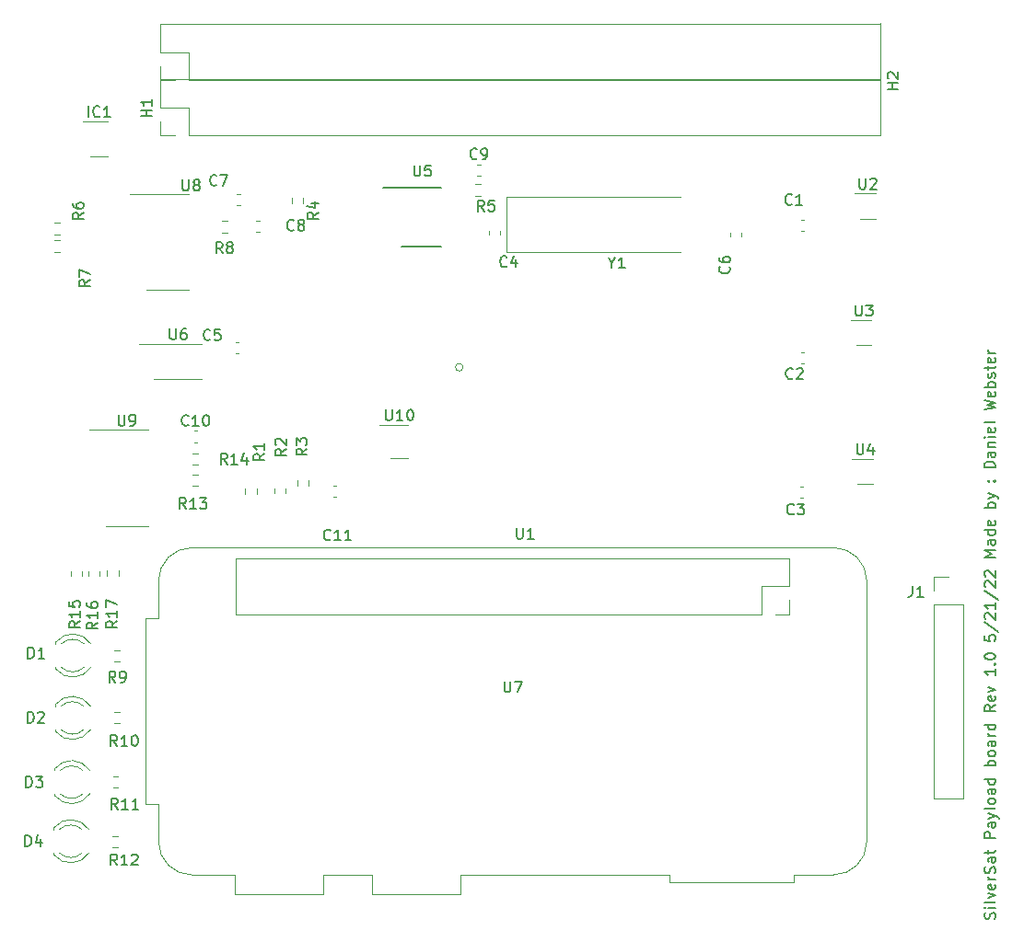
<source format=gto>
%TF.GenerationSoftware,KiCad,Pcbnew,(6.0.5-0)*%
%TF.CreationDate,2022-05-22T21:56:00-04:00*%
%TF.ProjectId,Payload Board,5061796c-6f61-4642-9042-6f6172642e6b,rev?*%
%TF.SameCoordinates,Original*%
%TF.FileFunction,Legend,Top*%
%TF.FilePolarity,Positive*%
%FSLAX46Y46*%
G04 Gerber Fmt 4.6, Leading zero omitted, Abs format (unit mm)*
G04 Created by KiCad (PCBNEW (6.0.5-0)) date 2022-05-22 21:56:00*
%MOMM*%
%LPD*%
G01*
G04 APERTURE LIST*
%ADD10C,0.150000*%
%ADD11C,0.120000*%
G04 APERTURE END LIST*
D10*
X140843095Y-141546289D02*
X140890714Y-141403432D01*
X140890714Y-141165337D01*
X140843095Y-141070099D01*
X140795476Y-141022480D01*
X140700238Y-140974860D01*
X140605000Y-140974860D01*
X140509762Y-141022480D01*
X140462143Y-141070099D01*
X140414524Y-141165337D01*
X140366905Y-141355813D01*
X140319286Y-141451051D01*
X140271667Y-141498670D01*
X140176429Y-141546289D01*
X140081191Y-141546289D01*
X139985953Y-141498670D01*
X139938334Y-141451051D01*
X139890714Y-141355813D01*
X139890714Y-141117718D01*
X139938334Y-140974860D01*
X140890714Y-140546289D02*
X140224048Y-140546289D01*
X139890714Y-140546289D02*
X139938334Y-140593908D01*
X139985953Y-140546289D01*
X139938334Y-140498670D01*
X139890714Y-140546289D01*
X139985953Y-140546289D01*
X140890714Y-139927241D02*
X140843095Y-140022480D01*
X140747857Y-140070099D01*
X139890714Y-140070099D01*
X140224048Y-139641527D02*
X140890714Y-139403432D01*
X140224048Y-139165337D01*
X140843095Y-138403432D02*
X140890714Y-138498670D01*
X140890714Y-138689146D01*
X140843095Y-138784384D01*
X140747857Y-138832003D01*
X140366905Y-138832003D01*
X140271667Y-138784384D01*
X140224048Y-138689146D01*
X140224048Y-138498670D01*
X140271667Y-138403432D01*
X140366905Y-138355813D01*
X140462143Y-138355813D01*
X140557381Y-138832003D01*
X140890714Y-137927241D02*
X140224048Y-137927241D01*
X140414524Y-137927241D02*
X140319286Y-137879622D01*
X140271667Y-137832003D01*
X140224048Y-137736765D01*
X140224048Y-137641527D01*
X140843095Y-137355813D02*
X140890714Y-137212956D01*
X140890714Y-136974860D01*
X140843095Y-136879622D01*
X140795476Y-136832003D01*
X140700238Y-136784384D01*
X140605000Y-136784384D01*
X140509762Y-136832003D01*
X140462143Y-136879622D01*
X140414524Y-136974860D01*
X140366905Y-137165337D01*
X140319286Y-137260575D01*
X140271667Y-137308194D01*
X140176429Y-137355813D01*
X140081191Y-137355813D01*
X139985953Y-137308194D01*
X139938334Y-137260575D01*
X139890714Y-137165337D01*
X139890714Y-136927241D01*
X139938334Y-136784384D01*
X140890714Y-135927241D02*
X140366905Y-135927241D01*
X140271667Y-135974860D01*
X140224048Y-136070099D01*
X140224048Y-136260575D01*
X140271667Y-136355813D01*
X140843095Y-135927241D02*
X140890714Y-136022480D01*
X140890714Y-136260575D01*
X140843095Y-136355813D01*
X140747857Y-136403432D01*
X140652619Y-136403432D01*
X140557381Y-136355813D01*
X140509762Y-136260575D01*
X140509762Y-136022480D01*
X140462143Y-135927241D01*
X140224048Y-135593908D02*
X140224048Y-135212956D01*
X139890714Y-135451051D02*
X140747857Y-135451051D01*
X140843095Y-135403432D01*
X140890714Y-135308194D01*
X140890714Y-135212956D01*
X140890714Y-134117718D02*
X139890714Y-134117718D01*
X139890714Y-133736765D01*
X139938334Y-133641527D01*
X139985953Y-133593908D01*
X140081191Y-133546289D01*
X140224048Y-133546289D01*
X140319286Y-133593908D01*
X140366905Y-133641527D01*
X140414524Y-133736765D01*
X140414524Y-134117718D01*
X140890714Y-132689146D02*
X140366905Y-132689146D01*
X140271667Y-132736765D01*
X140224048Y-132832003D01*
X140224048Y-133022480D01*
X140271667Y-133117718D01*
X140843095Y-132689146D02*
X140890714Y-132784384D01*
X140890714Y-133022480D01*
X140843095Y-133117718D01*
X140747857Y-133165337D01*
X140652619Y-133165337D01*
X140557381Y-133117718D01*
X140509762Y-133022480D01*
X140509762Y-132784384D01*
X140462143Y-132689146D01*
X140224048Y-132308194D02*
X140890714Y-132070099D01*
X140224048Y-131832003D02*
X140890714Y-132070099D01*
X141128810Y-132165337D01*
X141176429Y-132212956D01*
X141224048Y-132308194D01*
X140890714Y-131308194D02*
X140843095Y-131403432D01*
X140747857Y-131451051D01*
X139890714Y-131451051D01*
X140890714Y-130784384D02*
X140843095Y-130879622D01*
X140795476Y-130927241D01*
X140700238Y-130974860D01*
X140414524Y-130974860D01*
X140319286Y-130927241D01*
X140271667Y-130879622D01*
X140224048Y-130784384D01*
X140224048Y-130641527D01*
X140271667Y-130546289D01*
X140319286Y-130498670D01*
X140414524Y-130451051D01*
X140700238Y-130451051D01*
X140795476Y-130498670D01*
X140843095Y-130546289D01*
X140890714Y-130641527D01*
X140890714Y-130784384D01*
X140890714Y-129593908D02*
X140366905Y-129593908D01*
X140271667Y-129641527D01*
X140224048Y-129736765D01*
X140224048Y-129927241D01*
X140271667Y-130022480D01*
X140843095Y-129593908D02*
X140890714Y-129689146D01*
X140890714Y-129927241D01*
X140843095Y-130022480D01*
X140747857Y-130070099D01*
X140652619Y-130070099D01*
X140557381Y-130022480D01*
X140509762Y-129927241D01*
X140509762Y-129689146D01*
X140462143Y-129593908D01*
X140890714Y-128689146D02*
X139890714Y-128689146D01*
X140843095Y-128689146D02*
X140890714Y-128784384D01*
X140890714Y-128974860D01*
X140843095Y-129070099D01*
X140795476Y-129117718D01*
X140700238Y-129165337D01*
X140414524Y-129165337D01*
X140319286Y-129117718D01*
X140271667Y-129070099D01*
X140224048Y-128974860D01*
X140224048Y-128784384D01*
X140271667Y-128689146D01*
X140890714Y-127451051D02*
X139890714Y-127451051D01*
X140271667Y-127451051D02*
X140224048Y-127355813D01*
X140224048Y-127165337D01*
X140271667Y-127070099D01*
X140319286Y-127022480D01*
X140414524Y-126974860D01*
X140700238Y-126974860D01*
X140795476Y-127022480D01*
X140843095Y-127070099D01*
X140890714Y-127165337D01*
X140890714Y-127355813D01*
X140843095Y-127451051D01*
X140890714Y-126403432D02*
X140843095Y-126498670D01*
X140795476Y-126546289D01*
X140700238Y-126593908D01*
X140414524Y-126593908D01*
X140319286Y-126546289D01*
X140271667Y-126498670D01*
X140224048Y-126403432D01*
X140224048Y-126260575D01*
X140271667Y-126165337D01*
X140319286Y-126117718D01*
X140414524Y-126070099D01*
X140700238Y-126070099D01*
X140795476Y-126117718D01*
X140843095Y-126165337D01*
X140890714Y-126260575D01*
X140890714Y-126403432D01*
X140890714Y-125212956D02*
X140366905Y-125212956D01*
X140271667Y-125260575D01*
X140224048Y-125355813D01*
X140224048Y-125546289D01*
X140271667Y-125641527D01*
X140843095Y-125212956D02*
X140890714Y-125308194D01*
X140890714Y-125546289D01*
X140843095Y-125641527D01*
X140747857Y-125689146D01*
X140652619Y-125689146D01*
X140557381Y-125641527D01*
X140509762Y-125546289D01*
X140509762Y-125308194D01*
X140462143Y-125212956D01*
X140890714Y-124736765D02*
X140224048Y-124736765D01*
X140414524Y-124736765D02*
X140319286Y-124689146D01*
X140271667Y-124641527D01*
X140224048Y-124546289D01*
X140224048Y-124451051D01*
X140890714Y-123689146D02*
X139890714Y-123689146D01*
X140843095Y-123689146D02*
X140890714Y-123784384D01*
X140890714Y-123974860D01*
X140843095Y-124070099D01*
X140795476Y-124117718D01*
X140700238Y-124165337D01*
X140414524Y-124165337D01*
X140319286Y-124117718D01*
X140271667Y-124070099D01*
X140224048Y-123974860D01*
X140224048Y-123784384D01*
X140271667Y-123689146D01*
X140890714Y-121879622D02*
X140414524Y-122212956D01*
X140890714Y-122451051D02*
X139890714Y-122451051D01*
X139890714Y-122070099D01*
X139938334Y-121974860D01*
X139985953Y-121927241D01*
X140081191Y-121879622D01*
X140224048Y-121879622D01*
X140319286Y-121927241D01*
X140366905Y-121974860D01*
X140414524Y-122070099D01*
X140414524Y-122451051D01*
X140843095Y-121070099D02*
X140890714Y-121165337D01*
X140890714Y-121355813D01*
X140843095Y-121451051D01*
X140747857Y-121498670D01*
X140366905Y-121498670D01*
X140271667Y-121451051D01*
X140224048Y-121355813D01*
X140224048Y-121165337D01*
X140271667Y-121070099D01*
X140366905Y-121022480D01*
X140462143Y-121022480D01*
X140557381Y-121498670D01*
X140224048Y-120689146D02*
X140890714Y-120451051D01*
X140224048Y-120212956D01*
X140890714Y-118546289D02*
X140890714Y-119117718D01*
X140890714Y-118832003D02*
X139890714Y-118832003D01*
X140033572Y-118927241D01*
X140128810Y-119022480D01*
X140176429Y-119117718D01*
X140795476Y-118117718D02*
X140843095Y-118070099D01*
X140890714Y-118117718D01*
X140843095Y-118165337D01*
X140795476Y-118117718D01*
X140890714Y-118117718D01*
X139890714Y-117451051D02*
X139890714Y-117355813D01*
X139938334Y-117260575D01*
X139985953Y-117212956D01*
X140081191Y-117165337D01*
X140271667Y-117117718D01*
X140509762Y-117117718D01*
X140700238Y-117165337D01*
X140795476Y-117212956D01*
X140843095Y-117260575D01*
X140890714Y-117355813D01*
X140890714Y-117451051D01*
X140843095Y-117546289D01*
X140795476Y-117593908D01*
X140700238Y-117641527D01*
X140509762Y-117689146D01*
X140271667Y-117689146D01*
X140081191Y-117641527D01*
X139985953Y-117593908D01*
X139938334Y-117546289D01*
X139890714Y-117451051D01*
X139890714Y-115451051D02*
X139890714Y-115927241D01*
X140366905Y-115974860D01*
X140319286Y-115927241D01*
X140271667Y-115832003D01*
X140271667Y-115593908D01*
X140319286Y-115498670D01*
X140366905Y-115451051D01*
X140462143Y-115403432D01*
X140700238Y-115403432D01*
X140795476Y-115451051D01*
X140843095Y-115498670D01*
X140890714Y-115593908D01*
X140890714Y-115832003D01*
X140843095Y-115927241D01*
X140795476Y-115974860D01*
X139843095Y-114260575D02*
X141128810Y-115117718D01*
X139985953Y-113974860D02*
X139938334Y-113927241D01*
X139890714Y-113832003D01*
X139890714Y-113593908D01*
X139938334Y-113498670D01*
X139985953Y-113451051D01*
X140081191Y-113403432D01*
X140176429Y-113403432D01*
X140319286Y-113451051D01*
X140890714Y-114022480D01*
X140890714Y-113403432D01*
X140890714Y-112451051D02*
X140890714Y-113022480D01*
X140890714Y-112736765D02*
X139890714Y-112736765D01*
X140033572Y-112832003D01*
X140128810Y-112927241D01*
X140176429Y-113022480D01*
X139843095Y-111308194D02*
X141128810Y-112165337D01*
X139985953Y-111022480D02*
X139938334Y-110974860D01*
X139890714Y-110879622D01*
X139890714Y-110641527D01*
X139938334Y-110546289D01*
X139985953Y-110498670D01*
X140081191Y-110451051D01*
X140176429Y-110451051D01*
X140319286Y-110498670D01*
X140890714Y-111070099D01*
X140890714Y-110451051D01*
X139985953Y-110070099D02*
X139938334Y-110022480D01*
X139890714Y-109927241D01*
X139890714Y-109689146D01*
X139938334Y-109593908D01*
X139985953Y-109546289D01*
X140081191Y-109498670D01*
X140176429Y-109498670D01*
X140319286Y-109546289D01*
X140890714Y-110117718D01*
X140890714Y-109498670D01*
X140845714Y-108267718D02*
X139845714Y-108267718D01*
X140560000Y-107934384D01*
X139845714Y-107601051D01*
X140845714Y-107601051D01*
X140845714Y-106696289D02*
X140321905Y-106696289D01*
X140226667Y-106743908D01*
X140179048Y-106839146D01*
X140179048Y-107029622D01*
X140226667Y-107124860D01*
X140798095Y-106696289D02*
X140845714Y-106791527D01*
X140845714Y-107029622D01*
X140798095Y-107124860D01*
X140702857Y-107172480D01*
X140607619Y-107172480D01*
X140512381Y-107124860D01*
X140464762Y-107029622D01*
X140464762Y-106791527D01*
X140417143Y-106696289D01*
X140845714Y-105791527D02*
X139845714Y-105791527D01*
X140798095Y-105791527D02*
X140845714Y-105886765D01*
X140845714Y-106077241D01*
X140798095Y-106172480D01*
X140750476Y-106220099D01*
X140655238Y-106267718D01*
X140369524Y-106267718D01*
X140274286Y-106220099D01*
X140226667Y-106172480D01*
X140179048Y-106077241D01*
X140179048Y-105886765D01*
X140226667Y-105791527D01*
X140798095Y-104934384D02*
X140845714Y-105029622D01*
X140845714Y-105220099D01*
X140798095Y-105315337D01*
X140702857Y-105362956D01*
X140321905Y-105362956D01*
X140226667Y-105315337D01*
X140179048Y-105220099D01*
X140179048Y-105029622D01*
X140226667Y-104934384D01*
X140321905Y-104886765D01*
X140417143Y-104886765D01*
X140512381Y-105362956D01*
X140845714Y-103696289D02*
X139845714Y-103696289D01*
X140226667Y-103696289D02*
X140179048Y-103601051D01*
X140179048Y-103410575D01*
X140226667Y-103315337D01*
X140274286Y-103267718D01*
X140369524Y-103220099D01*
X140655238Y-103220099D01*
X140750476Y-103267718D01*
X140798095Y-103315337D01*
X140845714Y-103410575D01*
X140845714Y-103601051D01*
X140798095Y-103696289D01*
X140179048Y-102886765D02*
X140845714Y-102648670D01*
X140179048Y-102410575D02*
X140845714Y-102648670D01*
X141083810Y-102743908D01*
X141131429Y-102791527D01*
X141179048Y-102886765D01*
X140750476Y-101267718D02*
X140798095Y-101220099D01*
X140845714Y-101267718D01*
X140798095Y-101315337D01*
X140750476Y-101267718D01*
X140845714Y-101267718D01*
X140226667Y-101267718D02*
X140274286Y-101220099D01*
X140321905Y-101267718D01*
X140274286Y-101315337D01*
X140226667Y-101267718D01*
X140321905Y-101267718D01*
X140845714Y-100029622D02*
X139845714Y-100029622D01*
X139845714Y-99791527D01*
X139893334Y-99648670D01*
X139988572Y-99553432D01*
X140083810Y-99505813D01*
X140274286Y-99458194D01*
X140417143Y-99458194D01*
X140607619Y-99505813D01*
X140702857Y-99553432D01*
X140798095Y-99648670D01*
X140845714Y-99791527D01*
X140845714Y-100029622D01*
X140845714Y-98601051D02*
X140321905Y-98601051D01*
X140226667Y-98648670D01*
X140179048Y-98743908D01*
X140179048Y-98934384D01*
X140226667Y-99029622D01*
X140798095Y-98601051D02*
X140845714Y-98696289D01*
X140845714Y-98934384D01*
X140798095Y-99029622D01*
X140702857Y-99077241D01*
X140607619Y-99077241D01*
X140512381Y-99029622D01*
X140464762Y-98934384D01*
X140464762Y-98696289D01*
X140417143Y-98601051D01*
X140179048Y-98124860D02*
X140845714Y-98124860D01*
X140274286Y-98124860D02*
X140226667Y-98077241D01*
X140179048Y-97982003D01*
X140179048Y-97839146D01*
X140226667Y-97743908D01*
X140321905Y-97696289D01*
X140845714Y-97696289D01*
X140845714Y-97220099D02*
X140179048Y-97220099D01*
X139845714Y-97220099D02*
X139893334Y-97267718D01*
X139940953Y-97220099D01*
X139893334Y-97172480D01*
X139845714Y-97220099D01*
X139940953Y-97220099D01*
X140798095Y-96362956D02*
X140845714Y-96458194D01*
X140845714Y-96648670D01*
X140798095Y-96743908D01*
X140702857Y-96791527D01*
X140321905Y-96791527D01*
X140226667Y-96743908D01*
X140179048Y-96648670D01*
X140179048Y-96458194D01*
X140226667Y-96362956D01*
X140321905Y-96315337D01*
X140417143Y-96315337D01*
X140512381Y-96791527D01*
X140845714Y-95743908D02*
X140798095Y-95839146D01*
X140702857Y-95886765D01*
X139845714Y-95886765D01*
X139845714Y-94696289D02*
X140845714Y-94458194D01*
X140131429Y-94267718D01*
X140845714Y-94077241D01*
X139845714Y-93839146D01*
X140798095Y-93077241D02*
X140845714Y-93172480D01*
X140845714Y-93362956D01*
X140798095Y-93458194D01*
X140702857Y-93505813D01*
X140321905Y-93505813D01*
X140226667Y-93458194D01*
X140179048Y-93362956D01*
X140179048Y-93172480D01*
X140226667Y-93077241D01*
X140321905Y-93029622D01*
X140417143Y-93029622D01*
X140512381Y-93505813D01*
X140845714Y-92601051D02*
X139845714Y-92601051D01*
X140226667Y-92601051D02*
X140179048Y-92505813D01*
X140179048Y-92315337D01*
X140226667Y-92220099D01*
X140274286Y-92172480D01*
X140369524Y-92124860D01*
X140655238Y-92124860D01*
X140750476Y-92172480D01*
X140798095Y-92220099D01*
X140845714Y-92315337D01*
X140845714Y-92505813D01*
X140798095Y-92601051D01*
X140798095Y-91743908D02*
X140845714Y-91648670D01*
X140845714Y-91458194D01*
X140798095Y-91362956D01*
X140702857Y-91315337D01*
X140655238Y-91315337D01*
X140560000Y-91362956D01*
X140512381Y-91458194D01*
X140512381Y-91601051D01*
X140464762Y-91696289D01*
X140369524Y-91743908D01*
X140321905Y-91743908D01*
X140226667Y-91696289D01*
X140179048Y-91601051D01*
X140179048Y-91458194D01*
X140226667Y-91362956D01*
X140179048Y-91029622D02*
X140179048Y-90648670D01*
X139845714Y-90886765D02*
X140702857Y-90886765D01*
X140798095Y-90839146D01*
X140845714Y-90743908D01*
X140845714Y-90648670D01*
X140798095Y-89934384D02*
X140845714Y-90029622D01*
X140845714Y-90220099D01*
X140798095Y-90315337D01*
X140702857Y-90362956D01*
X140321905Y-90362956D01*
X140226667Y-90315337D01*
X140179048Y-90220099D01*
X140179048Y-90029622D01*
X140226667Y-89934384D01*
X140321905Y-89886765D01*
X140417143Y-89886765D01*
X140512381Y-90362956D01*
X140845714Y-89458194D02*
X140179048Y-89458194D01*
X140369524Y-89458194D02*
X140274286Y-89410575D01*
X140226667Y-89362956D01*
X140179048Y-89267718D01*
X140179048Y-89172480D01*
%TO.C,U2*%
X128378095Y-73392380D02*
X128378095Y-74201904D01*
X128425714Y-74297142D01*
X128473333Y-74344761D01*
X128568571Y-74392380D01*
X128759047Y-74392380D01*
X128854285Y-74344761D01*
X128901904Y-74297142D01*
X128949523Y-74201904D01*
X128949523Y-73392380D01*
X129378095Y-73487619D02*
X129425714Y-73440000D01*
X129520952Y-73392380D01*
X129759047Y-73392380D01*
X129854285Y-73440000D01*
X129901904Y-73487619D01*
X129949523Y-73582857D01*
X129949523Y-73678095D01*
X129901904Y-73820952D01*
X129330476Y-74392380D01*
X129949523Y-74392380D01*
%TO.C,U3*%
X128018095Y-85062380D02*
X128018095Y-85871904D01*
X128065714Y-85967142D01*
X128113333Y-86014761D01*
X128208571Y-86062380D01*
X128399047Y-86062380D01*
X128494285Y-86014761D01*
X128541904Y-85967142D01*
X128589523Y-85871904D01*
X128589523Y-85062380D01*
X128970476Y-85062380D02*
X129589523Y-85062380D01*
X129256190Y-85443333D01*
X129399047Y-85443333D01*
X129494285Y-85490952D01*
X129541904Y-85538571D01*
X129589523Y-85633809D01*
X129589523Y-85871904D01*
X129541904Y-85967142D01*
X129494285Y-86014761D01*
X129399047Y-86062380D01*
X129113333Y-86062380D01*
X129018095Y-86014761D01*
X128970476Y-85967142D01*
%TO.C,U5*%
X87426429Y-72184860D02*
X87426429Y-72994384D01*
X87474048Y-73089622D01*
X87521667Y-73137241D01*
X87616905Y-73184860D01*
X87807381Y-73184860D01*
X87902619Y-73137241D01*
X87950238Y-73089622D01*
X87997857Y-72994384D01*
X87997857Y-72184860D01*
X88950238Y-72184860D02*
X88474048Y-72184860D01*
X88426429Y-72661051D01*
X88474048Y-72613432D01*
X88569286Y-72565813D01*
X88807381Y-72565813D01*
X88902619Y-72613432D01*
X88950238Y-72661051D01*
X88997857Y-72756289D01*
X88997857Y-72994384D01*
X88950238Y-73089622D01*
X88902619Y-73137241D01*
X88807381Y-73184860D01*
X88569286Y-73184860D01*
X88474048Y-73137241D01*
X88426429Y-73089622D01*
%TO.C,U6*%
X64978095Y-87222380D02*
X64978095Y-88031904D01*
X65025714Y-88127142D01*
X65073333Y-88174761D01*
X65168571Y-88222380D01*
X65359047Y-88222380D01*
X65454285Y-88174761D01*
X65501904Y-88127142D01*
X65549523Y-88031904D01*
X65549523Y-87222380D01*
X66454285Y-87222380D02*
X66263809Y-87222380D01*
X66168571Y-87270000D01*
X66120952Y-87317619D01*
X66025714Y-87460476D01*
X65978095Y-87650952D01*
X65978095Y-88031904D01*
X66025714Y-88127142D01*
X66073333Y-88174761D01*
X66168571Y-88222380D01*
X66359047Y-88222380D01*
X66454285Y-88174761D01*
X66501904Y-88127142D01*
X66549523Y-88031904D01*
X66549523Y-87793809D01*
X66501904Y-87698571D01*
X66454285Y-87650952D01*
X66359047Y-87603333D01*
X66168571Y-87603333D01*
X66073333Y-87650952D01*
X66025714Y-87698571D01*
X65978095Y-87793809D01*
%TO.C,U8*%
X66146429Y-73534860D02*
X66146429Y-74344384D01*
X66194048Y-74439622D01*
X66241667Y-74487241D01*
X66336905Y-74534860D01*
X66527381Y-74534860D01*
X66622619Y-74487241D01*
X66670238Y-74439622D01*
X66717857Y-74344384D01*
X66717857Y-73534860D01*
X67336905Y-73963432D02*
X67241667Y-73915813D01*
X67194048Y-73868194D01*
X67146429Y-73772956D01*
X67146429Y-73725337D01*
X67194048Y-73630099D01*
X67241667Y-73582480D01*
X67336905Y-73534860D01*
X67527381Y-73534860D01*
X67622619Y-73582480D01*
X67670238Y-73630099D01*
X67717857Y-73725337D01*
X67717857Y-73772956D01*
X67670238Y-73868194D01*
X67622619Y-73915813D01*
X67527381Y-73963432D01*
X67336905Y-73963432D01*
X67241667Y-74011051D01*
X67194048Y-74058670D01*
X67146429Y-74153908D01*
X67146429Y-74344384D01*
X67194048Y-74439622D01*
X67241667Y-74487241D01*
X67336905Y-74534860D01*
X67527381Y-74534860D01*
X67622619Y-74487241D01*
X67670238Y-74439622D01*
X67717857Y-74344384D01*
X67717857Y-74153908D01*
X67670238Y-74058670D01*
X67622619Y-74011051D01*
X67527381Y-73963432D01*
%TO.C,U1*%
X96856429Y-105574860D02*
X96856429Y-106384384D01*
X96904048Y-106479622D01*
X96951667Y-106527241D01*
X97046905Y-106574860D01*
X97237381Y-106574860D01*
X97332619Y-106527241D01*
X97380238Y-106479622D01*
X97427857Y-106384384D01*
X97427857Y-105574860D01*
X98427857Y-106574860D02*
X97856429Y-106574860D01*
X98142143Y-106574860D02*
X98142143Y-105574860D01*
X98046905Y-105717718D01*
X97951667Y-105812956D01*
X97856429Y-105860575D01*
%TO.C,U7*%
X95718095Y-119692380D02*
X95718095Y-120501904D01*
X95765714Y-120597142D01*
X95813333Y-120644761D01*
X95908571Y-120692380D01*
X96099047Y-120692380D01*
X96194285Y-120644761D01*
X96241904Y-120597142D01*
X96289523Y-120501904D01*
X96289523Y-119692380D01*
X96670476Y-119692380D02*
X97337142Y-119692380D01*
X96908571Y-120692380D01*
%TO.C,Y1*%
X105622143Y-81188670D02*
X105622143Y-81664860D01*
X105288810Y-80664860D02*
X105622143Y-81188670D01*
X105955476Y-80664860D01*
X106812619Y-81664860D02*
X106241191Y-81664860D01*
X106526905Y-81664860D02*
X106526905Y-80664860D01*
X106431667Y-80807718D01*
X106336429Y-80902956D01*
X106241191Y-80950575D01*
%TO.C,R6*%
X57045714Y-76564146D02*
X56569524Y-76897480D01*
X57045714Y-77135575D02*
X56045714Y-77135575D01*
X56045714Y-76754622D01*
X56093334Y-76659384D01*
X56140953Y-76611765D01*
X56236191Y-76564146D01*
X56379048Y-76564146D01*
X56474286Y-76611765D01*
X56521905Y-76659384D01*
X56569524Y-76754622D01*
X56569524Y-77135575D01*
X56045714Y-75707003D02*
X56045714Y-75897480D01*
X56093334Y-75992718D01*
X56140953Y-76040337D01*
X56283810Y-76135575D01*
X56474286Y-76183194D01*
X56855238Y-76183194D01*
X56950476Y-76135575D01*
X56998095Y-76087956D01*
X57045714Y-75992718D01*
X57045714Y-75802241D01*
X56998095Y-75707003D01*
X56950476Y-75659384D01*
X56855238Y-75611765D01*
X56617143Y-75611765D01*
X56521905Y-75659384D01*
X56474286Y-75707003D01*
X56426667Y-75802241D01*
X56426667Y-75992718D01*
X56474286Y-76087956D01*
X56521905Y-76135575D01*
X56617143Y-76183194D01*
%TO.C,C1*%
X122161667Y-75749622D02*
X122114048Y-75797241D01*
X121971191Y-75844860D01*
X121875953Y-75844860D01*
X121733095Y-75797241D01*
X121637857Y-75702003D01*
X121590238Y-75606765D01*
X121542619Y-75416289D01*
X121542619Y-75273432D01*
X121590238Y-75082956D01*
X121637857Y-74987718D01*
X121733095Y-74892480D01*
X121875953Y-74844860D01*
X121971191Y-74844860D01*
X122114048Y-74892480D01*
X122161667Y-74940099D01*
X123114048Y-75844860D02*
X122542619Y-75844860D01*
X122828334Y-75844860D02*
X122828334Y-74844860D01*
X122733095Y-74987718D01*
X122637857Y-75082956D01*
X122542619Y-75130575D01*
%TO.C,C2*%
X122241667Y-91789622D02*
X122194048Y-91837241D01*
X122051191Y-91884860D01*
X121955953Y-91884860D01*
X121813095Y-91837241D01*
X121717857Y-91742003D01*
X121670238Y-91646765D01*
X121622619Y-91456289D01*
X121622619Y-91313432D01*
X121670238Y-91122956D01*
X121717857Y-91027718D01*
X121813095Y-90932480D01*
X121955953Y-90884860D01*
X122051191Y-90884860D01*
X122194048Y-90932480D01*
X122241667Y-90980099D01*
X122622619Y-90980099D02*
X122670238Y-90932480D01*
X122765476Y-90884860D01*
X123003572Y-90884860D01*
X123098810Y-90932480D01*
X123146429Y-90980099D01*
X123194048Y-91075337D01*
X123194048Y-91170575D01*
X123146429Y-91313432D01*
X122575000Y-91884860D01*
X123194048Y-91884860D01*
%TO.C,C3*%
X122351667Y-104249622D02*
X122304048Y-104297241D01*
X122161191Y-104344860D01*
X122065953Y-104344860D01*
X121923095Y-104297241D01*
X121827857Y-104202003D01*
X121780238Y-104106765D01*
X121732619Y-103916289D01*
X121732619Y-103773432D01*
X121780238Y-103582956D01*
X121827857Y-103487718D01*
X121923095Y-103392480D01*
X122065953Y-103344860D01*
X122161191Y-103344860D01*
X122304048Y-103392480D01*
X122351667Y-103440099D01*
X122685000Y-103344860D02*
X123304048Y-103344860D01*
X122970714Y-103725813D01*
X123113572Y-103725813D01*
X123208810Y-103773432D01*
X123256429Y-103821051D01*
X123304048Y-103916289D01*
X123304048Y-104154384D01*
X123256429Y-104249622D01*
X123208810Y-104297241D01*
X123113572Y-104344860D01*
X122827857Y-104344860D01*
X122732619Y-104297241D01*
X122685000Y-104249622D01*
%TO.C,C4*%
X95951667Y-81469622D02*
X95904048Y-81517241D01*
X95761191Y-81564860D01*
X95665953Y-81564860D01*
X95523095Y-81517241D01*
X95427857Y-81422003D01*
X95380238Y-81326765D01*
X95332619Y-81136289D01*
X95332619Y-80993432D01*
X95380238Y-80802956D01*
X95427857Y-80707718D01*
X95523095Y-80612480D01*
X95665953Y-80564860D01*
X95761191Y-80564860D01*
X95904048Y-80612480D01*
X95951667Y-80660099D01*
X96808810Y-80898194D02*
X96808810Y-81564860D01*
X96570714Y-80517241D02*
X96332619Y-81231527D01*
X96951667Y-81231527D01*
%TO.C,C5*%
X68691667Y-88199622D02*
X68644048Y-88247241D01*
X68501191Y-88294860D01*
X68405953Y-88294860D01*
X68263095Y-88247241D01*
X68167857Y-88152003D01*
X68120238Y-88056765D01*
X68072619Y-87866289D01*
X68072619Y-87723432D01*
X68120238Y-87532956D01*
X68167857Y-87437718D01*
X68263095Y-87342480D01*
X68405953Y-87294860D01*
X68501191Y-87294860D01*
X68644048Y-87342480D01*
X68691667Y-87390099D01*
X69596429Y-87294860D02*
X69120238Y-87294860D01*
X69072619Y-87771051D01*
X69120238Y-87723432D01*
X69215476Y-87675813D01*
X69453572Y-87675813D01*
X69548810Y-87723432D01*
X69596429Y-87771051D01*
X69644048Y-87866289D01*
X69644048Y-88104384D01*
X69596429Y-88199622D01*
X69548810Y-88247241D01*
X69453572Y-88294860D01*
X69215476Y-88294860D01*
X69120238Y-88247241D01*
X69072619Y-88199622D01*
%TO.C,C6*%
X116385476Y-81529146D02*
X116433095Y-81576765D01*
X116480714Y-81719622D01*
X116480714Y-81814860D01*
X116433095Y-81957718D01*
X116337857Y-82052956D01*
X116242619Y-82100575D01*
X116052143Y-82148194D01*
X115909286Y-82148194D01*
X115718810Y-82100575D01*
X115623572Y-82052956D01*
X115528334Y-81957718D01*
X115480714Y-81814860D01*
X115480714Y-81719622D01*
X115528334Y-81576765D01*
X115575953Y-81529146D01*
X115480714Y-80672003D02*
X115480714Y-80862480D01*
X115528334Y-80957718D01*
X115575953Y-81005337D01*
X115718810Y-81100575D01*
X115909286Y-81148194D01*
X116290238Y-81148194D01*
X116385476Y-81100575D01*
X116433095Y-81052956D01*
X116480714Y-80957718D01*
X116480714Y-80767241D01*
X116433095Y-80672003D01*
X116385476Y-80624384D01*
X116290238Y-80576765D01*
X116052143Y-80576765D01*
X115956905Y-80624384D01*
X115909286Y-80672003D01*
X115861667Y-80767241D01*
X115861667Y-80957718D01*
X115909286Y-81052956D01*
X115956905Y-81100575D01*
X116052143Y-81148194D01*
%TO.C,C7*%
X69281667Y-73999622D02*
X69234048Y-74047241D01*
X69091191Y-74094860D01*
X68995953Y-74094860D01*
X68853095Y-74047241D01*
X68757857Y-73952003D01*
X68710238Y-73856765D01*
X68662619Y-73666289D01*
X68662619Y-73523432D01*
X68710238Y-73332956D01*
X68757857Y-73237718D01*
X68853095Y-73142480D01*
X68995953Y-73094860D01*
X69091191Y-73094860D01*
X69234048Y-73142480D01*
X69281667Y-73190099D01*
X69615000Y-73094860D02*
X70281667Y-73094860D01*
X69853095Y-74094860D01*
%TO.C,C8*%
X76371667Y-78119622D02*
X76324048Y-78167241D01*
X76181191Y-78214860D01*
X76085953Y-78214860D01*
X75943095Y-78167241D01*
X75847857Y-78072003D01*
X75800238Y-77976765D01*
X75752619Y-77786289D01*
X75752619Y-77643432D01*
X75800238Y-77452956D01*
X75847857Y-77357718D01*
X75943095Y-77262480D01*
X76085953Y-77214860D01*
X76181191Y-77214860D01*
X76324048Y-77262480D01*
X76371667Y-77310099D01*
X76943095Y-77643432D02*
X76847857Y-77595813D01*
X76800238Y-77548194D01*
X76752619Y-77452956D01*
X76752619Y-77405337D01*
X76800238Y-77310099D01*
X76847857Y-77262480D01*
X76943095Y-77214860D01*
X77133572Y-77214860D01*
X77228810Y-77262480D01*
X77276429Y-77310099D01*
X77324048Y-77405337D01*
X77324048Y-77452956D01*
X77276429Y-77548194D01*
X77228810Y-77595813D01*
X77133572Y-77643432D01*
X76943095Y-77643432D01*
X76847857Y-77691051D01*
X76800238Y-77738670D01*
X76752619Y-77833908D01*
X76752619Y-78024384D01*
X76800238Y-78119622D01*
X76847857Y-78167241D01*
X76943095Y-78214860D01*
X77133572Y-78214860D01*
X77228810Y-78167241D01*
X77276429Y-78119622D01*
X77324048Y-78024384D01*
X77324048Y-77833908D01*
X77276429Y-77738670D01*
X77228810Y-77691051D01*
X77133572Y-77643432D01*
%TO.C,R1*%
X73680714Y-98749146D02*
X73204524Y-99082480D01*
X73680714Y-99320575D02*
X72680714Y-99320575D01*
X72680714Y-98939622D01*
X72728334Y-98844384D01*
X72775953Y-98796765D01*
X72871191Y-98749146D01*
X73014048Y-98749146D01*
X73109286Y-98796765D01*
X73156905Y-98844384D01*
X73204524Y-98939622D01*
X73204524Y-99320575D01*
X73680714Y-97796765D02*
X73680714Y-98368194D01*
X73680714Y-98082480D02*
X72680714Y-98082480D01*
X72823572Y-98177718D01*
X72918810Y-98272956D01*
X72966429Y-98368194D01*
%TO.C,R2*%
X75670714Y-98319146D02*
X75194524Y-98652480D01*
X75670714Y-98890575D02*
X74670714Y-98890575D01*
X74670714Y-98509622D01*
X74718334Y-98414384D01*
X74765953Y-98366765D01*
X74861191Y-98319146D01*
X75004048Y-98319146D01*
X75099286Y-98366765D01*
X75146905Y-98414384D01*
X75194524Y-98509622D01*
X75194524Y-98890575D01*
X74765953Y-97938194D02*
X74718334Y-97890575D01*
X74670714Y-97795337D01*
X74670714Y-97557241D01*
X74718334Y-97462003D01*
X74765953Y-97414384D01*
X74861191Y-97366765D01*
X74956429Y-97366765D01*
X75099286Y-97414384D01*
X75670714Y-97985813D01*
X75670714Y-97366765D01*
%TO.C,R3*%
X77590714Y-98269146D02*
X77114524Y-98602480D01*
X77590714Y-98840575D02*
X76590714Y-98840575D01*
X76590714Y-98459622D01*
X76638334Y-98364384D01*
X76685953Y-98316765D01*
X76781191Y-98269146D01*
X76924048Y-98269146D01*
X77019286Y-98316765D01*
X77066905Y-98364384D01*
X77114524Y-98459622D01*
X77114524Y-98840575D01*
X76590714Y-97935813D02*
X76590714Y-97316765D01*
X76971667Y-97650099D01*
X76971667Y-97507241D01*
X77019286Y-97412003D01*
X77066905Y-97364384D01*
X77162143Y-97316765D01*
X77400238Y-97316765D01*
X77495476Y-97364384D01*
X77543095Y-97412003D01*
X77590714Y-97507241D01*
X77590714Y-97792956D01*
X77543095Y-97888194D01*
X77495476Y-97935813D01*
%TO.C,R4*%
X78628194Y-76530812D02*
X78152004Y-76864146D01*
X78628194Y-77102241D02*
X77628194Y-77102241D01*
X77628194Y-76721288D01*
X77675814Y-76626050D01*
X77723433Y-76578431D01*
X77818671Y-76530812D01*
X77961528Y-76530812D01*
X78056766Y-76578431D01*
X78104385Y-76626050D01*
X78152004Y-76721288D01*
X78152004Y-77102241D01*
X77961528Y-75673669D02*
X78628194Y-75673669D01*
X77580575Y-75911765D02*
X78294861Y-76149860D01*
X78294861Y-75530812D01*
%TO.C,R5*%
X93881667Y-76424860D02*
X93548334Y-75948670D01*
X93310238Y-76424860D02*
X93310238Y-75424860D01*
X93691191Y-75424860D01*
X93786429Y-75472480D01*
X93834048Y-75520099D01*
X93881667Y-75615337D01*
X93881667Y-75758194D01*
X93834048Y-75853432D01*
X93786429Y-75901051D01*
X93691191Y-75948670D01*
X93310238Y-75948670D01*
X94786429Y-75424860D02*
X94310238Y-75424860D01*
X94262619Y-75901051D01*
X94310238Y-75853432D01*
X94405476Y-75805813D01*
X94643572Y-75805813D01*
X94738810Y-75853432D01*
X94786429Y-75901051D01*
X94834048Y-75996289D01*
X94834048Y-76234384D01*
X94786429Y-76329622D01*
X94738810Y-76377241D01*
X94643572Y-76424860D01*
X94405476Y-76424860D01*
X94310238Y-76377241D01*
X94262619Y-76329622D01*
%TO.C,R7*%
X57620714Y-82764146D02*
X57144524Y-83097480D01*
X57620714Y-83335575D02*
X56620714Y-83335575D01*
X56620714Y-82954622D01*
X56668334Y-82859384D01*
X56715953Y-82811765D01*
X56811191Y-82764146D01*
X56954048Y-82764146D01*
X57049286Y-82811765D01*
X57096905Y-82859384D01*
X57144524Y-82954622D01*
X57144524Y-83335575D01*
X56620714Y-82430813D02*
X56620714Y-81764146D01*
X57620714Y-82192718D01*
%TO.C,R8*%
X69821667Y-80284860D02*
X69488334Y-79808670D01*
X69250238Y-80284860D02*
X69250238Y-79284860D01*
X69631191Y-79284860D01*
X69726429Y-79332480D01*
X69774048Y-79380099D01*
X69821667Y-79475337D01*
X69821667Y-79618194D01*
X69774048Y-79713432D01*
X69726429Y-79761051D01*
X69631191Y-79808670D01*
X69250238Y-79808670D01*
X70393095Y-79713432D02*
X70297857Y-79665813D01*
X70250238Y-79618194D01*
X70202619Y-79522956D01*
X70202619Y-79475337D01*
X70250238Y-79380099D01*
X70297857Y-79332480D01*
X70393095Y-79284860D01*
X70583572Y-79284860D01*
X70678810Y-79332480D01*
X70726429Y-79380099D01*
X70774048Y-79475337D01*
X70774048Y-79522956D01*
X70726429Y-79618194D01*
X70678810Y-79665813D01*
X70583572Y-79713432D01*
X70393095Y-79713432D01*
X70297857Y-79761051D01*
X70250238Y-79808670D01*
X70202619Y-79903908D01*
X70202619Y-80094384D01*
X70250238Y-80189622D01*
X70297857Y-80237241D01*
X70393095Y-80284860D01*
X70583572Y-80284860D01*
X70678810Y-80237241D01*
X70726429Y-80189622D01*
X70774048Y-80094384D01*
X70774048Y-79903908D01*
X70726429Y-79808670D01*
X70678810Y-79761051D01*
X70583572Y-79713432D01*
%TO.C,J1*%
X133245000Y-110914860D02*
X133245000Y-111629146D01*
X133197381Y-111772003D01*
X133102143Y-111867241D01*
X132959286Y-111914860D01*
X132864048Y-111914860D01*
X134245000Y-111914860D02*
X133673572Y-111914860D01*
X133959286Y-111914860D02*
X133959286Y-110914860D01*
X133864048Y-111057718D01*
X133768810Y-111152956D01*
X133673572Y-111200575D01*
%TO.C,H1*%
X63320714Y-67684384D02*
X62320714Y-67684384D01*
X62796905Y-67684384D02*
X62796905Y-67112956D01*
X63320714Y-67112956D02*
X62320714Y-67112956D01*
X63320714Y-66112956D02*
X63320714Y-66684384D01*
X63320714Y-66398670D02*
X62320714Y-66398670D01*
X62463572Y-66493908D01*
X62558810Y-66589146D01*
X62606429Y-66684384D01*
%TO.C,H2*%
X131950714Y-65194384D02*
X130950714Y-65194384D01*
X131426905Y-65194384D02*
X131426905Y-64622956D01*
X131950714Y-64622956D02*
X130950714Y-64622956D01*
X131045953Y-64194384D02*
X130998334Y-64146765D01*
X130950714Y-64051527D01*
X130950714Y-63813432D01*
X130998334Y-63718194D01*
X131045953Y-63670575D01*
X131141191Y-63622956D01*
X131236429Y-63622956D01*
X131379286Y-63670575D01*
X131950714Y-64242003D01*
X131950714Y-63622956D01*
%TO.C,C9*%
X93213333Y-71547142D02*
X93165714Y-71594761D01*
X93022857Y-71642380D01*
X92927619Y-71642380D01*
X92784761Y-71594761D01*
X92689523Y-71499523D01*
X92641904Y-71404285D01*
X92594285Y-71213809D01*
X92594285Y-71070952D01*
X92641904Y-70880476D01*
X92689523Y-70785238D01*
X92784761Y-70690000D01*
X92927619Y-70642380D01*
X93022857Y-70642380D01*
X93165714Y-70690000D01*
X93213333Y-70737619D01*
X93689523Y-71642380D02*
X93880000Y-71642380D01*
X93975238Y-71594761D01*
X94022857Y-71547142D01*
X94118095Y-71404285D01*
X94165714Y-71213809D01*
X94165714Y-70832857D01*
X94118095Y-70737619D01*
X94070476Y-70690000D01*
X93975238Y-70642380D01*
X93784761Y-70642380D01*
X93689523Y-70690000D01*
X93641904Y-70737619D01*
X93594285Y-70832857D01*
X93594285Y-71070952D01*
X93641904Y-71166190D01*
X93689523Y-71213809D01*
X93784761Y-71261428D01*
X93975238Y-71261428D01*
X94070476Y-71213809D01*
X94118095Y-71166190D01*
X94165714Y-71070952D01*
%TO.C,D3*%
X51750238Y-129434860D02*
X51750238Y-128434860D01*
X51988334Y-128434860D01*
X52131191Y-128482480D01*
X52226429Y-128577718D01*
X52274048Y-128672956D01*
X52321667Y-128863432D01*
X52321667Y-129006289D01*
X52274048Y-129196765D01*
X52226429Y-129292003D01*
X52131191Y-129387241D01*
X51988334Y-129434860D01*
X51750238Y-129434860D01*
X52655000Y-128434860D02*
X53274048Y-128434860D01*
X52940714Y-128815813D01*
X53083572Y-128815813D01*
X53178810Y-128863432D01*
X53226429Y-128911051D01*
X53274048Y-129006289D01*
X53274048Y-129244384D01*
X53226429Y-129339622D01*
X53178810Y-129387241D01*
X53083572Y-129434860D01*
X52797857Y-129434860D01*
X52702619Y-129387241D01*
X52655000Y-129339622D01*
%TO.C,R13*%
X66455476Y-103814860D02*
X66122143Y-103338670D01*
X65884048Y-103814860D02*
X65884048Y-102814860D01*
X66265000Y-102814860D01*
X66360238Y-102862480D01*
X66407857Y-102910099D01*
X66455476Y-103005337D01*
X66455476Y-103148194D01*
X66407857Y-103243432D01*
X66360238Y-103291051D01*
X66265000Y-103338670D01*
X65884048Y-103338670D01*
X67407857Y-103814860D02*
X66836429Y-103814860D01*
X67122143Y-103814860D02*
X67122143Y-102814860D01*
X67026905Y-102957718D01*
X66931667Y-103052956D01*
X66836429Y-103100575D01*
X67741191Y-102814860D02*
X68360238Y-102814860D01*
X68026905Y-103195813D01*
X68169762Y-103195813D01*
X68265000Y-103243432D01*
X68312619Y-103291051D01*
X68360238Y-103386289D01*
X68360238Y-103624384D01*
X68312619Y-103719622D01*
X68265000Y-103767241D01*
X68169762Y-103814860D01*
X67884048Y-103814860D01*
X67788810Y-103767241D01*
X67741191Y-103719622D01*
%TO.C,R17*%
X60130714Y-114155337D02*
X59654524Y-114488670D01*
X60130714Y-114726765D02*
X59130714Y-114726765D01*
X59130714Y-114345813D01*
X59178334Y-114250575D01*
X59225953Y-114202956D01*
X59321191Y-114155337D01*
X59464048Y-114155337D01*
X59559286Y-114202956D01*
X59606905Y-114250575D01*
X59654524Y-114345813D01*
X59654524Y-114726765D01*
X60130714Y-113202956D02*
X60130714Y-113774384D01*
X60130714Y-113488670D02*
X59130714Y-113488670D01*
X59273572Y-113583908D01*
X59368810Y-113679146D01*
X59416429Y-113774384D01*
X59130714Y-112869622D02*
X59130714Y-112202956D01*
X60130714Y-112631527D01*
%TO.C,U4*%
X128156429Y-97814860D02*
X128156429Y-98624384D01*
X128204048Y-98719622D01*
X128251667Y-98767241D01*
X128346905Y-98814860D01*
X128537381Y-98814860D01*
X128632619Y-98767241D01*
X128680238Y-98719622D01*
X128727857Y-98624384D01*
X128727857Y-97814860D01*
X129632619Y-98148194D02*
X129632619Y-98814860D01*
X129394524Y-97767241D02*
X129156429Y-98481527D01*
X129775476Y-98481527D01*
%TO.C,IC1*%
X57492143Y-67754860D02*
X57492143Y-66754860D01*
X58539762Y-67659622D02*
X58492143Y-67707241D01*
X58349286Y-67754860D01*
X58254048Y-67754860D01*
X58111191Y-67707241D01*
X58015953Y-67612003D01*
X57968334Y-67516765D01*
X57920714Y-67326289D01*
X57920714Y-67183432D01*
X57968334Y-66992956D01*
X58015953Y-66897718D01*
X58111191Y-66802480D01*
X58254048Y-66754860D01*
X58349286Y-66754860D01*
X58492143Y-66802480D01*
X58539762Y-66850099D01*
X59492143Y-67754860D02*
X58920714Y-67754860D01*
X59206429Y-67754860D02*
X59206429Y-66754860D01*
X59111191Y-66897718D01*
X59015953Y-66992956D01*
X58920714Y-67040575D01*
%TO.C,R16*%
X58340714Y-114275337D02*
X57864524Y-114608670D01*
X58340714Y-114846765D02*
X57340714Y-114846765D01*
X57340714Y-114465813D01*
X57388334Y-114370575D01*
X57435953Y-114322956D01*
X57531191Y-114275337D01*
X57674048Y-114275337D01*
X57769286Y-114322956D01*
X57816905Y-114370575D01*
X57864524Y-114465813D01*
X57864524Y-114846765D01*
X58340714Y-113322956D02*
X58340714Y-113894384D01*
X58340714Y-113608670D02*
X57340714Y-113608670D01*
X57483572Y-113703908D01*
X57578810Y-113799146D01*
X57626429Y-113894384D01*
X57340714Y-112465813D02*
X57340714Y-112656289D01*
X57388334Y-112751527D01*
X57435953Y-112799146D01*
X57578810Y-112894384D01*
X57769286Y-112942003D01*
X58150238Y-112942003D01*
X58245476Y-112894384D01*
X58293095Y-112846765D01*
X58340714Y-112751527D01*
X58340714Y-112561051D01*
X58293095Y-112465813D01*
X58245476Y-112418194D01*
X58150238Y-112370575D01*
X57912143Y-112370575D01*
X57816905Y-112418194D01*
X57769286Y-112465813D01*
X57721667Y-112561051D01*
X57721667Y-112751527D01*
X57769286Y-112846765D01*
X57816905Y-112894384D01*
X57912143Y-112942003D01*
%TO.C,C11*%
X79755476Y-106629622D02*
X79707857Y-106677241D01*
X79565000Y-106724860D01*
X79469762Y-106724860D01*
X79326905Y-106677241D01*
X79231667Y-106582003D01*
X79184048Y-106486765D01*
X79136429Y-106296289D01*
X79136429Y-106153432D01*
X79184048Y-105962956D01*
X79231667Y-105867718D01*
X79326905Y-105772480D01*
X79469762Y-105724860D01*
X79565000Y-105724860D01*
X79707857Y-105772480D01*
X79755476Y-105820099D01*
X80707857Y-106724860D02*
X80136429Y-106724860D01*
X80422143Y-106724860D02*
X80422143Y-105724860D01*
X80326905Y-105867718D01*
X80231667Y-105962956D01*
X80136429Y-106010575D01*
X81660238Y-106724860D02*
X81088810Y-106724860D01*
X81374524Y-106724860D02*
X81374524Y-105724860D01*
X81279286Y-105867718D01*
X81184048Y-105962956D01*
X81088810Y-106010575D01*
%TO.C,R9*%
X59971667Y-119784860D02*
X59638334Y-119308670D01*
X59400238Y-119784860D02*
X59400238Y-118784860D01*
X59781191Y-118784860D01*
X59876429Y-118832480D01*
X59924048Y-118880099D01*
X59971667Y-118975337D01*
X59971667Y-119118194D01*
X59924048Y-119213432D01*
X59876429Y-119261051D01*
X59781191Y-119308670D01*
X59400238Y-119308670D01*
X60447857Y-119784860D02*
X60638334Y-119784860D01*
X60733572Y-119737241D01*
X60781191Y-119689622D01*
X60876429Y-119546765D01*
X60924048Y-119356289D01*
X60924048Y-118975337D01*
X60876429Y-118880099D01*
X60828810Y-118832480D01*
X60733572Y-118784860D01*
X60543095Y-118784860D01*
X60447857Y-118832480D01*
X60400238Y-118880099D01*
X60352619Y-118975337D01*
X60352619Y-119213432D01*
X60400238Y-119308670D01*
X60447857Y-119356289D01*
X60543095Y-119403908D01*
X60733572Y-119403908D01*
X60828810Y-119356289D01*
X60876429Y-119308670D01*
X60924048Y-119213432D01*
%TO.C,D1*%
X51930238Y-117574860D02*
X51930238Y-116574860D01*
X52168334Y-116574860D01*
X52311191Y-116622480D01*
X52406429Y-116717718D01*
X52454048Y-116812956D01*
X52501667Y-117003432D01*
X52501667Y-117146289D01*
X52454048Y-117336765D01*
X52406429Y-117432003D01*
X52311191Y-117527241D01*
X52168334Y-117574860D01*
X51930238Y-117574860D01*
X53454048Y-117574860D02*
X52882619Y-117574860D01*
X53168334Y-117574860D02*
X53168334Y-116574860D01*
X53073095Y-116717718D01*
X52977857Y-116812956D01*
X52882619Y-116860575D01*
%TO.C,U10*%
X84830238Y-94674860D02*
X84830238Y-95484384D01*
X84877857Y-95579622D01*
X84925476Y-95627241D01*
X85020714Y-95674860D01*
X85211191Y-95674860D01*
X85306429Y-95627241D01*
X85354048Y-95579622D01*
X85401667Y-95484384D01*
X85401667Y-94674860D01*
X86401667Y-95674860D02*
X85830238Y-95674860D01*
X86115953Y-95674860D02*
X86115953Y-94674860D01*
X86020714Y-94817718D01*
X85925476Y-94912956D01*
X85830238Y-94960575D01*
X87020714Y-94674860D02*
X87115953Y-94674860D01*
X87211191Y-94722480D01*
X87258810Y-94770099D01*
X87306429Y-94865337D01*
X87354048Y-95055813D01*
X87354048Y-95293908D01*
X87306429Y-95484384D01*
X87258810Y-95579622D01*
X87211191Y-95627241D01*
X87115953Y-95674860D01*
X87020714Y-95674860D01*
X86925476Y-95627241D01*
X86877857Y-95579622D01*
X86830238Y-95484384D01*
X86782619Y-95293908D01*
X86782619Y-95055813D01*
X86830238Y-94865337D01*
X86877857Y-94770099D01*
X86925476Y-94722480D01*
X87020714Y-94674860D01*
%TO.C,R11*%
X60195476Y-131464860D02*
X59862143Y-130988670D01*
X59624048Y-131464860D02*
X59624048Y-130464860D01*
X60005000Y-130464860D01*
X60100238Y-130512480D01*
X60147857Y-130560099D01*
X60195476Y-130655337D01*
X60195476Y-130798194D01*
X60147857Y-130893432D01*
X60100238Y-130941051D01*
X60005000Y-130988670D01*
X59624048Y-130988670D01*
X61147857Y-131464860D02*
X60576429Y-131464860D01*
X60862143Y-131464860D02*
X60862143Y-130464860D01*
X60766905Y-130607718D01*
X60671667Y-130702956D01*
X60576429Y-130750575D01*
X62100238Y-131464860D02*
X61528810Y-131464860D01*
X61814524Y-131464860D02*
X61814524Y-130464860D01*
X61719286Y-130607718D01*
X61624048Y-130702956D01*
X61528810Y-130750575D01*
%TO.C,R12*%
X60125476Y-136614860D02*
X59792143Y-136138670D01*
X59554048Y-136614860D02*
X59554048Y-135614860D01*
X59935000Y-135614860D01*
X60030238Y-135662480D01*
X60077857Y-135710099D01*
X60125476Y-135805337D01*
X60125476Y-135948194D01*
X60077857Y-136043432D01*
X60030238Y-136091051D01*
X59935000Y-136138670D01*
X59554048Y-136138670D01*
X61077857Y-136614860D02*
X60506429Y-136614860D01*
X60792143Y-136614860D02*
X60792143Y-135614860D01*
X60696905Y-135757718D01*
X60601667Y-135852956D01*
X60506429Y-135900575D01*
X61458810Y-135710099D02*
X61506429Y-135662480D01*
X61601667Y-135614860D01*
X61839762Y-135614860D01*
X61935000Y-135662480D01*
X61982619Y-135710099D01*
X62030238Y-135805337D01*
X62030238Y-135900575D01*
X61982619Y-136043432D01*
X61411191Y-136614860D01*
X62030238Y-136614860D01*
%TO.C,R15*%
X56710714Y-114175337D02*
X56234524Y-114508670D01*
X56710714Y-114746765D02*
X55710714Y-114746765D01*
X55710714Y-114365813D01*
X55758334Y-114270575D01*
X55805953Y-114222956D01*
X55901191Y-114175337D01*
X56044048Y-114175337D01*
X56139286Y-114222956D01*
X56186905Y-114270575D01*
X56234524Y-114365813D01*
X56234524Y-114746765D01*
X56710714Y-113222956D02*
X56710714Y-113794384D01*
X56710714Y-113508670D02*
X55710714Y-113508670D01*
X55853572Y-113603908D01*
X55948810Y-113699146D01*
X55996429Y-113794384D01*
X55710714Y-112318194D02*
X55710714Y-112794384D01*
X56186905Y-112842003D01*
X56139286Y-112794384D01*
X56091667Y-112699146D01*
X56091667Y-112461051D01*
X56139286Y-112365813D01*
X56186905Y-112318194D01*
X56282143Y-112270575D01*
X56520238Y-112270575D01*
X56615476Y-112318194D01*
X56663095Y-112365813D01*
X56710714Y-112461051D01*
X56710714Y-112699146D01*
X56663095Y-112794384D01*
X56615476Y-112842003D01*
%TO.C,R10*%
X60125476Y-125654860D02*
X59792143Y-125178670D01*
X59554048Y-125654860D02*
X59554048Y-124654860D01*
X59935000Y-124654860D01*
X60030238Y-124702480D01*
X60077857Y-124750099D01*
X60125476Y-124845337D01*
X60125476Y-124988194D01*
X60077857Y-125083432D01*
X60030238Y-125131051D01*
X59935000Y-125178670D01*
X59554048Y-125178670D01*
X61077857Y-125654860D02*
X60506429Y-125654860D01*
X60792143Y-125654860D02*
X60792143Y-124654860D01*
X60696905Y-124797718D01*
X60601667Y-124892956D01*
X60506429Y-124940575D01*
X61696905Y-124654860D02*
X61792143Y-124654860D01*
X61887381Y-124702480D01*
X61935000Y-124750099D01*
X61982619Y-124845337D01*
X62030238Y-125035813D01*
X62030238Y-125273908D01*
X61982619Y-125464384D01*
X61935000Y-125559622D01*
X61887381Y-125607241D01*
X61792143Y-125654860D01*
X61696905Y-125654860D01*
X61601667Y-125607241D01*
X61554048Y-125559622D01*
X61506429Y-125464384D01*
X61458810Y-125273908D01*
X61458810Y-125035813D01*
X61506429Y-124845337D01*
X61554048Y-124750099D01*
X61601667Y-124702480D01*
X61696905Y-124654860D01*
%TO.C,R14*%
X70235476Y-99714860D02*
X69902143Y-99238670D01*
X69664048Y-99714860D02*
X69664048Y-98714860D01*
X70045000Y-98714860D01*
X70140238Y-98762480D01*
X70187857Y-98810099D01*
X70235476Y-98905337D01*
X70235476Y-99048194D01*
X70187857Y-99143432D01*
X70140238Y-99191051D01*
X70045000Y-99238670D01*
X69664048Y-99238670D01*
X71187857Y-99714860D02*
X70616429Y-99714860D01*
X70902143Y-99714860D02*
X70902143Y-98714860D01*
X70806905Y-98857718D01*
X70711667Y-98952956D01*
X70616429Y-99000575D01*
X72045000Y-99048194D02*
X72045000Y-99714860D01*
X71806905Y-98667241D02*
X71568810Y-99381527D01*
X72187857Y-99381527D01*
%TO.C,U9*%
X60246429Y-95164860D02*
X60246429Y-95974384D01*
X60294048Y-96069622D01*
X60341667Y-96117241D01*
X60436905Y-96164860D01*
X60627381Y-96164860D01*
X60722619Y-96117241D01*
X60770238Y-96069622D01*
X60817857Y-95974384D01*
X60817857Y-95164860D01*
X61341667Y-96164860D02*
X61532143Y-96164860D01*
X61627381Y-96117241D01*
X61675000Y-96069622D01*
X61770238Y-95926765D01*
X61817857Y-95736289D01*
X61817857Y-95355337D01*
X61770238Y-95260099D01*
X61722619Y-95212480D01*
X61627381Y-95164860D01*
X61436905Y-95164860D01*
X61341667Y-95212480D01*
X61294048Y-95260099D01*
X61246429Y-95355337D01*
X61246429Y-95593432D01*
X61294048Y-95688670D01*
X61341667Y-95736289D01*
X61436905Y-95783908D01*
X61627381Y-95783908D01*
X61722619Y-95736289D01*
X61770238Y-95688670D01*
X61817857Y-95593432D01*
%TO.C,D2*%
X51900238Y-123494860D02*
X51900238Y-122494860D01*
X52138334Y-122494860D01*
X52281191Y-122542480D01*
X52376429Y-122637718D01*
X52424048Y-122732956D01*
X52471667Y-122923432D01*
X52471667Y-123066289D01*
X52424048Y-123256765D01*
X52376429Y-123352003D01*
X52281191Y-123447241D01*
X52138334Y-123494860D01*
X51900238Y-123494860D01*
X52852619Y-122590099D02*
X52900238Y-122542480D01*
X52995476Y-122494860D01*
X53233572Y-122494860D01*
X53328810Y-122542480D01*
X53376429Y-122590099D01*
X53424048Y-122685337D01*
X53424048Y-122780575D01*
X53376429Y-122923432D01*
X52805000Y-123494860D01*
X53424048Y-123494860D01*
%TO.C,C10*%
X66685476Y-96089622D02*
X66637857Y-96137241D01*
X66495000Y-96184860D01*
X66399762Y-96184860D01*
X66256905Y-96137241D01*
X66161667Y-96042003D01*
X66114048Y-95946765D01*
X66066429Y-95756289D01*
X66066429Y-95613432D01*
X66114048Y-95422956D01*
X66161667Y-95327718D01*
X66256905Y-95232480D01*
X66399762Y-95184860D01*
X66495000Y-95184860D01*
X66637857Y-95232480D01*
X66685476Y-95280099D01*
X67637857Y-96184860D02*
X67066429Y-96184860D01*
X67352143Y-96184860D02*
X67352143Y-95184860D01*
X67256905Y-95327718D01*
X67161667Y-95422956D01*
X67066429Y-95470575D01*
X68256905Y-95184860D02*
X68352143Y-95184860D01*
X68447381Y-95232480D01*
X68495000Y-95280099D01*
X68542619Y-95375337D01*
X68590238Y-95565813D01*
X68590238Y-95803908D01*
X68542619Y-95994384D01*
X68495000Y-96089622D01*
X68447381Y-96137241D01*
X68352143Y-96184860D01*
X68256905Y-96184860D01*
X68161667Y-96137241D01*
X68114048Y-96089622D01*
X68066429Y-95994384D01*
X68018810Y-95803908D01*
X68018810Y-95565813D01*
X68066429Y-95375337D01*
X68114048Y-95280099D01*
X68161667Y-95232480D01*
X68256905Y-95184860D01*
%TO.C,D4*%
X51680238Y-134864860D02*
X51680238Y-133864860D01*
X51918334Y-133864860D01*
X52061191Y-133912480D01*
X52156429Y-134007718D01*
X52204048Y-134102956D01*
X52251667Y-134293432D01*
X52251667Y-134436289D01*
X52204048Y-134626765D01*
X52156429Y-134722003D01*
X52061191Y-134817241D01*
X51918334Y-134864860D01*
X51680238Y-134864860D01*
X53108810Y-134198194D02*
X53108810Y-134864860D01*
X52870714Y-133817241D02*
X52632619Y-134531527D01*
X53251667Y-134531527D01*
D11*
%TO.C,U2*%
X128440000Y-77100000D02*
X129840000Y-77100000D01*
X129840000Y-74780000D02*
X127940000Y-74780000D01*
%TO.C,U3*%
X128080000Y-88770000D02*
X129480000Y-88770000D01*
X129480000Y-86450000D02*
X127580000Y-86450000D01*
D10*
%TO.C,U5*%
X86235700Y-79675000D02*
X89944300Y-79675000D01*
X84565000Y-74275000D02*
X89948600Y-74275000D01*
D11*
%TO.C,U6*%
X65740000Y-91830000D02*
X63540000Y-91830000D01*
X65740000Y-88610000D02*
X62140000Y-88610000D01*
X65740000Y-88610000D02*
X67940000Y-88610000D01*
X65740000Y-91830000D02*
X67940000Y-91830000D01*
%TO.C,U8*%
X64760000Y-83695000D02*
X62810000Y-83695000D01*
X64760000Y-83695000D02*
X66710000Y-83695000D01*
X64760000Y-74825000D02*
X61310000Y-74825000D01*
X64760000Y-74825000D02*
X66710000Y-74825000D01*
%TO.C,U1*%
X121960000Y-112220000D02*
X121960000Y-113550000D01*
X62740000Y-131010000D02*
X63940000Y-131010000D01*
X91660000Y-137510000D02*
X110890000Y-137510000D01*
X62740000Y-113890000D02*
X62740000Y-131010000D01*
X63940000Y-113890000D02*
X62740000Y-113890000D01*
X121960000Y-108350000D02*
X71040000Y-108350000D01*
X83540000Y-139310000D02*
X91660000Y-139310000D01*
X67000000Y-137510000D02*
X70940000Y-137510000D01*
X119360000Y-110950000D02*
X119360000Y-113550000D01*
X79060000Y-137510000D02*
X83540000Y-137510000D01*
X79060000Y-139310000D02*
X79060000Y-137510000D01*
X71040000Y-108350000D02*
X71040000Y-113550000D01*
X119360000Y-113550000D02*
X71040000Y-113550000D01*
X91660000Y-139310000D02*
X91660000Y-137510000D01*
X70940000Y-137510000D02*
X70940000Y-139310000D01*
X121960000Y-110950000D02*
X119360000Y-110950000D01*
X63940000Y-131010000D02*
X63940000Y-134450000D01*
X121960000Y-113550000D02*
X120630000Y-113550000D01*
X110890000Y-138210000D02*
X122310000Y-138210000D01*
X121960000Y-108350000D02*
X121960000Y-110950000D01*
X70940000Y-139310000D02*
X79060000Y-139310000D01*
X83540000Y-137510000D02*
X83540000Y-139310000D01*
X122310000Y-138210000D02*
X122310000Y-137510000D01*
X129060000Y-110450000D02*
X129060000Y-134450000D01*
X63940000Y-113890000D02*
X63940000Y-110450000D01*
X122310000Y-137510000D02*
X126000000Y-137510000D01*
X67000000Y-107390000D02*
X126000000Y-107390000D01*
X110890000Y-137510000D02*
X110890000Y-138210000D01*
X129060000Y-110450000D02*
G75*
G03*
X126000000Y-107390000I-3059999J1D01*
G01*
X126000000Y-137510000D02*
G75*
G03*
X129060000Y-134450000I0J3060000D01*
G01*
X67000000Y-107390000D02*
G75*
G03*
X63940000Y-110450000I-1J-3059999D01*
G01*
X63940000Y-134450000D02*
G75*
G03*
X67000000Y-137510000I3060000J0D01*
G01*
%TO.C,U7*%
X91930000Y-90790000D02*
G75*
G03*
X91930000Y-90790000I-350000J0D01*
G01*
%TO.C,Y1*%
X111920000Y-75110000D02*
X95945000Y-75110000D01*
X95945000Y-80210000D02*
X111920000Y-80210000D01*
X95945000Y-75110000D02*
X95945000Y-80210000D01*
%TO.C,R6*%
X54382742Y-78562500D02*
X54857258Y-78562500D01*
X54382742Y-77517500D02*
X54857258Y-77517500D01*
%TO.C,C1*%
X123310580Y-77240000D02*
X123029420Y-77240000D01*
X123310580Y-78260000D02*
X123029420Y-78260000D01*
%TO.C,C2*%
X123280580Y-90430000D02*
X122999420Y-90430000D01*
X123280580Y-89410000D02*
X122999420Y-89410000D01*
%TO.C,C3*%
X123200580Y-101780000D02*
X122919420Y-101780000D01*
X123200580Y-102800000D02*
X122919420Y-102800000D01*
%TO.C,C4*%
X95340000Y-78279420D02*
X95340000Y-78560580D01*
X94320000Y-78279420D02*
X94320000Y-78560580D01*
%TO.C,C5*%
X71039420Y-88470000D02*
X71320580Y-88470000D01*
X71039420Y-89490000D02*
X71320580Y-89490000D01*
%TO.C,C6*%
X117540000Y-78429420D02*
X117540000Y-78710580D01*
X116520000Y-78429420D02*
X116520000Y-78710580D01*
%TO.C,C7*%
X71425580Y-75860000D02*
X71144420Y-75860000D01*
X71425580Y-74840000D02*
X71144420Y-74840000D01*
%TO.C,C8*%
X72929420Y-77340000D02*
X73210580Y-77340000D01*
X72929420Y-78360000D02*
X73210580Y-78360000D01*
%TO.C,R1*%
X71917500Y-101942742D02*
X71917500Y-102417258D01*
X72962500Y-101942742D02*
X72962500Y-102417258D01*
%TO.C,R2*%
X75612500Y-102397258D02*
X75612500Y-101922742D01*
X74567500Y-102397258D02*
X74567500Y-101922742D01*
%TO.C,R3*%
X76687500Y-101677258D02*
X76687500Y-101202742D01*
X77732500Y-101677258D02*
X77732500Y-101202742D01*
%TO.C,R4*%
X77215834Y-75185222D02*
X77215834Y-75659738D01*
X76170834Y-75185222D02*
X76170834Y-75659738D01*
%TO.C,R5*%
X93542258Y-74992500D02*
X93067742Y-74992500D01*
X93542258Y-73947500D02*
X93067742Y-73947500D01*
%TO.C,R7*%
X54362742Y-80162500D02*
X54837258Y-80162500D01*
X54362742Y-79117500D02*
X54837258Y-79117500D01*
%TO.C,R8*%
X69792742Y-77337500D02*
X70267258Y-77337500D01*
X69792742Y-78382500D02*
X70267258Y-78382500D01*
%TO.C,J1*%
X135250000Y-110040000D02*
X136580000Y-110040000D01*
X135250000Y-111370000D02*
X135250000Y-110040000D01*
X135250000Y-112640000D02*
X137910000Y-112640000D01*
X137910000Y-112640000D02*
X137910000Y-130480000D01*
X135250000Y-130480000D02*
X137910000Y-130480000D01*
X135250000Y-112640000D02*
X135250000Y-130480000D01*
%TO.C,H1*%
X64118128Y-69471662D02*
X65448128Y-69471662D01*
X64118128Y-68141662D02*
X64118128Y-69471662D01*
X130278128Y-64271662D02*
X130278128Y-69471662D01*
X64118128Y-64271662D02*
X64118128Y-66871662D01*
X64118128Y-64271662D02*
X130278128Y-64271662D01*
X66718128Y-69471662D02*
X130278128Y-69471662D01*
X130278128Y-69411662D02*
X130278128Y-64211662D01*
X66718128Y-66871662D02*
X66718128Y-69471662D01*
X64118128Y-66871662D02*
X66718128Y-66871662D01*
%TO.C,H2*%
X64118128Y-63061662D02*
X64118128Y-64391662D01*
X64118128Y-59191662D02*
X130278128Y-59191662D01*
X130278128Y-59191662D02*
X130278128Y-64391662D01*
X66718128Y-61791662D02*
X66718128Y-64391662D01*
X130278128Y-64331662D02*
X130278128Y-59131662D01*
X64118128Y-61791662D02*
X66718128Y-61791662D01*
X64118128Y-64391662D02*
X65448128Y-64391662D01*
X64118128Y-59191662D02*
X64118128Y-61791662D01*
X66718128Y-64391662D02*
X130278128Y-64391662D01*
%TO.C,C9*%
X93239420Y-73130000D02*
X93520580Y-73130000D01*
X93239420Y-72110000D02*
X93520580Y-72110000D01*
%TO.C,D3*%
X54383334Y-127736480D02*
X54383334Y-127892480D01*
X54383334Y-130052480D02*
X54383334Y-130208480D01*
X54902373Y-130052480D02*
G75*
G03*
X56984464Y-130052317I1040961J1080000D01*
G01*
X57615669Y-127893872D02*
G75*
G03*
X54383334Y-127736964I-1672335J-1078608D01*
G01*
X56984464Y-127892643D02*
G75*
G03*
X54902373Y-127892480I-1041130J-1079837D01*
G01*
X54383334Y-130207996D02*
G75*
G03*
X57615669Y-130051088I1560000J1235516D01*
G01*
%TO.C,R13*%
X67565592Y-101694980D02*
X67091076Y-101694980D01*
X67565592Y-100649980D02*
X67091076Y-100649980D01*
%TO.C,R17*%
X59215834Y-109969738D02*
X59215834Y-109495222D01*
X60260834Y-109969738D02*
X60260834Y-109495222D01*
%TO.C,U4*%
X129618334Y-99202480D02*
X127718334Y-99202480D01*
X128218334Y-101522480D02*
X129618334Y-101522480D01*
%TO.C,IC1*%
X59268334Y-68152480D02*
X56968334Y-68152480D01*
X57668334Y-71352480D02*
X59268334Y-71352480D01*
%TO.C,R16*%
X58510834Y-109535222D02*
X58510834Y-110009738D01*
X57465834Y-109535222D02*
X57465834Y-110009738D01*
%TO.C,C11*%
X80288914Y-102672480D02*
X80007754Y-102672480D01*
X80288914Y-101652480D02*
X80007754Y-101652480D01*
%TO.C,R9*%
X60350592Y-117874980D02*
X59876076Y-117874980D01*
X60350592Y-116829980D02*
X59876076Y-116829980D01*
%TO.C,D1*%
X54483334Y-118402480D02*
X54483334Y-118558480D01*
X54483334Y-116086480D02*
X54483334Y-116242480D01*
X57084464Y-116242643D02*
G75*
G03*
X55002373Y-116242480I-1041130J-1079837D01*
G01*
X57715669Y-116243872D02*
G75*
G03*
X54483334Y-116086964I-1672335J-1078608D01*
G01*
X54483334Y-118557996D02*
G75*
G03*
X57715669Y-118401088I1560000J1235516D01*
G01*
X55002373Y-118402480D02*
G75*
G03*
X57084464Y-118402317I1040961J1080000D01*
G01*
%TO.C,U10*%
X86068334Y-96062480D02*
X84268334Y-96062480D01*
X86068334Y-99182480D02*
X85268334Y-99182480D01*
X86068334Y-99182480D02*
X86868334Y-99182480D01*
X86068334Y-96062480D02*
X86868334Y-96062480D01*
%TO.C,R11*%
X60225592Y-128439980D02*
X59751076Y-128439980D01*
X60225592Y-129484980D02*
X59751076Y-129484980D01*
%TO.C,R12*%
X60165592Y-133919980D02*
X59691076Y-133919980D01*
X60165592Y-134964980D02*
X59691076Y-134964980D01*
%TO.C,R15*%
X55865834Y-109535222D02*
X55865834Y-110009738D01*
X56910834Y-109535222D02*
X56910834Y-110009738D01*
%TO.C,R10*%
X60365592Y-122499980D02*
X59891076Y-122499980D01*
X60365592Y-123544980D02*
X59891076Y-123544980D01*
%TO.C,R14*%
X67545592Y-99754980D02*
X67071076Y-99754980D01*
X67545592Y-98709980D02*
X67071076Y-98709980D01*
%TO.C,U9*%
X61008334Y-105427480D02*
X59058334Y-105427480D01*
X61008334Y-96557480D02*
X62958334Y-96557480D01*
X61008334Y-96557480D02*
X57558334Y-96557480D01*
X61008334Y-105427480D02*
X62958334Y-105427480D01*
%TO.C,D2*%
X54453334Y-121826480D02*
X54453334Y-121982480D01*
X54453334Y-124142480D02*
X54453334Y-124298480D01*
X57685669Y-121983872D02*
G75*
G03*
X54453334Y-121826964I-1672335J-1078608D01*
G01*
X57054464Y-121982643D02*
G75*
G03*
X54972373Y-121982480I-1041130J-1079837D01*
G01*
X54453334Y-124297996D02*
G75*
G03*
X57685669Y-124141088I1560000J1235516D01*
G01*
X54972373Y-124142480D02*
G75*
G03*
X57054464Y-124142317I1040961J1080000D01*
G01*
%TO.C,C10*%
X67187754Y-97672480D02*
X67468914Y-97672480D01*
X67187754Y-96652480D02*
X67468914Y-96652480D01*
%TO.C,D4*%
X54303334Y-133176480D02*
X54303334Y-133332480D01*
X54303334Y-135492480D02*
X54303334Y-135648480D01*
X57535669Y-133333872D02*
G75*
G03*
X54303334Y-133176964I-1672335J-1078608D01*
G01*
X54303334Y-135647996D02*
G75*
G03*
X57535669Y-135491088I1560000J1235516D01*
G01*
X54822373Y-135492480D02*
G75*
G03*
X56904464Y-135492317I1040961J1080000D01*
G01*
X56904464Y-133332643D02*
G75*
G03*
X54822373Y-133332480I-1041130J-1079837D01*
G01*
%TD*%
M02*

</source>
